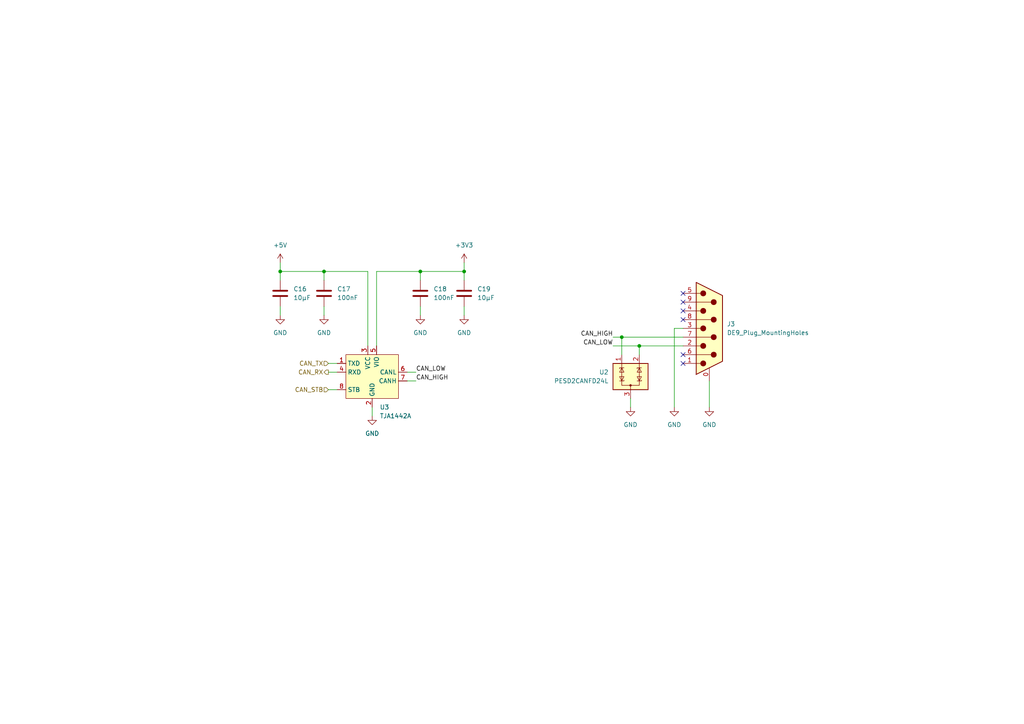
<source format=kicad_sch>
(kicad_sch (version 20230121) (generator eeschema)
  (paper "A4")
  (lib_symbols
    (symbol "Connector:DE9_Plug_MountingHoles" (pin_names (offset 1.016) hide)
      (property "Reference" "J" (at 0 16.51 0))
      (property "Value" "DE9_Plug_MountingHoles" (at 0 14.605 0))
      (symbol "DE9_Plug_MountingHoles_0_1"
        (circle (center -1.778 -10.16) (radius 0.762) (fill (type outline)))
        (circle (center -1.778 -5.08) (radius 0.762) (fill (type outline)))
        (circle (center -1.778 0) (radius 0.762) (fill (type outline)))
        (circle (center -1.778 5.08) (radius 0.762) (fill (type outline)))
        (circle (center -1.778 10.16) (radius 0.762) (fill (type outline)))
        (polyline (pts (xy -3.81 -10.16) (xy -2.54 -10.16)))
        (polyline (pts (xy -3.81 -7.62) (xy 0.508 -7.62)))
        (polyline (pts (xy -3.81 -5.08) (xy -2.54 -5.08)))
        (polyline (pts (xy -3.81 -2.54) (xy 0.508 -2.54)))
        (polyline (pts (xy -3.81 0) (xy -2.54 0)))
        (polyline (pts (xy -3.81 2.54) (xy 0.508 2.54)))
        (polyline (pts (xy -3.81 5.08) (xy -2.54 5.08)))
        (polyline (pts (xy -3.81 7.62) (xy 0.508 7.62)))
        (polyline (pts (xy -3.81 10.16) (xy -2.54 10.16)))
        (polyline (pts (xy -3.81 -13.335) (xy -3.81 13.335) (xy 3.81 9.525) (xy 3.81 -9.525) (xy -3.81 -13.335)) (stroke (width 0.254)) (fill (type background)))
        (circle (center 1.27 -7.62) (radius 0.762) (fill (type outline)))
        (circle (center 1.27 -2.54) (radius 0.762) (fill (type outline)))
        (circle (center 1.27 2.54) (radius 0.762) (fill (type outline)))
        (circle (center 1.27 7.62) (radius 0.762) (fill (type outline)))
      )
      (symbol "DE9_Plug_MountingHoles_1_1"
        (pin passive line (at 0 -15.24 90) (length 3.81) (name "PAD") (number "0"))
        (pin passive line (at -7.62 -10.16 0) (length 3.81) (name "1") (number "1"))
        (pin passive line (at -7.62 -5.08 0) (length 3.81) (name "2") (number "2"))
        (pin passive line (at -7.62 0 0) (length 3.81) (name "3") (number "3"))
        (pin passive line (at -7.62 5.08 0) (length 3.81) (name "4") (number "4"))
        (pin passive line (at -7.62 10.16 0) (length 3.81) (name "5") (number "5"))
        (pin passive line (at -7.62 -7.62 0) (length 3.81) (name "6") (number "6"))
        (pin passive line (at -7.62 -2.54 0) (length 3.81) (name "7") (number "7"))
        (pin passive line (at -7.62 2.54 0) (length 3.81) (name "8") (number "8"))
        (pin passive line (at -7.62 7.62 0) (length 3.81) (name "9") (number "9"))
      )
    )
    (symbol "Device:C" (pin_numbers hide) (pin_names (offset 0.254))
      (property "Reference" "C" (at 0.635 2.54 0))
      (property "Value" "C" (at 0.635 -2.54 0))
      (symbol "C_0_1"
        (polyline (pts (xy -2.032 -0.762) (xy 2.032 -0.762)) (stroke (width 0.508)))
        (polyline (pts (xy -2.032 0.762) (xy 2.032 0.762)) (stroke (width 0.508)))
      )
      (symbol "C_1_1"
        (pin passive line (at 0 3.81 270) (length 2.794) (name "~") (number "1"))
        (pin passive line (at 0 -3.81 90) (length 2.794) (name "~") (number "2"))
      )
    )
    (symbol "power:+3V3" (power) (pin_names (offset 0))
      (property "Value" "+3V3" (at 0 3.556 0))
      (symbol "+3V3_0_1"
        (polyline (pts (xy -0.762 1.27) (xy 0 2.54)))
        (polyline (pts (xy 0 0) (xy 0 2.54)))
        (polyline (pts (xy 0 2.54) (xy 0.762 1.27)))
      )
      (symbol "+3V3_1_1"
        (pin power_in line (at 0 0 90) (length 0) hide (name "+3V3") (number "1"))
      )
    )
    (symbol "power:+5V" (power) (pin_names (offset 0))
      (property "Value" "+5V" (at 0 3.556 0))
      (symbol "+5V_0_1"
        (polyline (pts (xy -0.762 1.27) (xy 0 2.54)))
        (polyline (pts (xy 0 0) (xy 0 2.54)))
        (polyline (pts (xy 0 2.54) (xy 0.762 1.27)))
      )
      (symbol "+5V_1_1"
        (pin power_in line (at 0 0 90) (length 0) hide (name "+5V") (number "1"))
      )
    )
    (symbol "power:GND" (power) (pin_names (offset 0))
      (property "Value" "GND" (at 0 -3.81 0))
      (symbol "GND_0_1"
        (polyline (pts (xy 0 0) (xy 0 -1.27) (xy 1.27 -1.27) (xy 0 -2.54) (xy -1.27 -1.27) (xy 0 -1.27)))
      )
      (symbol "GND_1_1"
        (pin power_in line (at 0 0 270) (length 0) hide (name "GND") (number "1"))
      )
    )
    (symbol "sam-fd:PESD2CANFD24L"
      (property "Reference" "U" (at -3.81 -5.08 0))
      (property "Value" "PESD2CANFD24L" (at 8.89 -5.08 0))
      (symbol "PESD2CANFD24L_0_0"
        (pin passive line (at 0 -6.35 90) (length 2.54) (name "") (number "3"))
      )
      (symbol "PESD2CANFD24L_0_1"
        (rectangle (start -5.08 3.81) (end 5.08 -3.81) (stroke (width 0.254)) (fill (type background)))
        (circle (center 0 -2.54) (radius 0.254) (fill (type outline)))
        (polyline (pts (xy -2.54 -2.54) (xy -2.54 -1.27)))
        (polyline (pts (xy -2.54 -2.54) (xy 2.54 -2.54)))
        (polyline (pts (xy -2.54 2.54) (xy -2.54 -1.27)))
        (polyline (pts (xy -2.54 3.81) (xy -2.54 2.54)))
        (polyline (pts (xy 0 -2.54) (xy 0 -3.81)))
        (polyline (pts (xy 2.54 -2.54) (xy 2.54 -1.27)))
        (polyline (pts (xy 2.54 2.54) (xy 2.54 -1.27)))
        (polyline (pts (xy 2.54 3.81) (xy 2.54 2.54)))
        (polyline (pts (xy -3.175 -1.016) (xy -3.175 -1.27) (xy -1.905 -1.27)))
        (polyline (pts (xy -3.175 2.54) (xy -1.905 2.54) (xy -1.905 2.286)))
        (polyline (pts (xy 1.905 -1.016) (xy 1.905 -1.27) (xy 3.175 -1.27)))
        (polyline (pts (xy 1.905 2.54) (xy 3.175 2.54) (xy 3.175 2.286)))
        (polyline (pts (xy -2.54 -1.27) (xy -3.175 0) (xy -1.905 0) (xy -2.54 -1.27)))
        (polyline (pts (xy -2.54 2.54) (xy -1.905 1.27) (xy -3.175 1.27) (xy -2.54 2.54)))
        (polyline (pts (xy 2.54 -1.27) (xy 1.905 0) (xy 3.175 0) (xy 2.54 -1.27)))
        (polyline (pts (xy 2.54 2.54) (xy 3.175 1.27) (xy 1.905 1.27) (xy 2.54 2.54)))
      )
      (symbol "PESD2CANFD24L_1_1"
        (pin passive line (at 2.54 6.35 270) (length 2.54) (name "") (number "1"))
        (pin passive line (at -2.54 6.35 270) (length 2.54) (name "") (number "2"))
      )
    )
    (symbol "sam-fd:TJA1442A"
      (property "Reference" "U" (at -6.35 7.62 0))
      (property "Value" "TJA1442A" (at 6.35 7.62 0))
      (symbol "TJA1442A_0_0"
        (pin input line (at -10.16 3.81 0) (length 2.54) (name "TXD") (number "1"))
        (pin power_in line (at 0 -8.89 90) (length 2.54) (name "GND") (number "2"))
        (pin power_in line (at -1.27 8.89 270) (length 2.54) (name "VCC") (number "3"))
        (pin output line (at -10.16 1.27 0) (length 2.54) (name "RXD") (number "4"))
        (pin power_in line (at 1.27 8.89 270) (length 2.54) (name "VIO") (number "5"))
        (pin bidirectional line (at 10.16 1.27 180) (length 2.54) (name "CANL") (number "6"))
        (pin bidirectional line (at 10.16 -1.27 180) (length 2.54) (name "CANH") (number "7"))
        (pin input line (at -10.16 -3.81 0) (length 2.54) (name "STB") (number "8"))
      )
      (symbol "TJA1442A_1_1"
        (rectangle (start -7.62 6.35) (end 7.62 -6.35) (fill (type background)))
      )
    )
  )
  (junction (at 185.42 100.33))
  (junction (at 134.62 78.74))
  (junction (at 81.28 78.74))
  (junction (at 180.34 97.79))
  (junction (at 93.98 78.74))
  (junction (at 121.92 78.74))
  (no_connect (at 198.12 87.63))
  (no_connect (at 198.12 90.17))
  (no_connect (at 198.12 102.87))
  (no_connect (at 198.12 92.71))
  (no_connect (at 198.12 85.09))
  (no_connect (at 198.12 105.41))
  (wire (pts (xy 121.92 88.9) (xy 121.92 91.44)))
  (wire (pts (xy 121.92 78.74) (xy 121.92 81.28)))
  (wire (pts (xy 81.28 88.9) (xy 81.28 91.44)))
  (wire (pts (xy 95.25 113.03) (xy 97.79 113.03)))
  (wire (pts (xy 198.12 95.25) (xy 195.58 95.25)))
  (wire (pts (xy 118.11 110.49) (xy 120.65 110.49)))
  (wire (pts (xy 182.88 115.57) (xy 182.88 118.11)))
  (wire (pts (xy 109.22 78.74) (xy 109.22 100.33)))
  (wire (pts (xy 118.11 107.95) (xy 120.65 107.95)))
  (wire (pts (xy 93.98 88.9) (xy 93.98 91.44)))
  (wire (pts (xy 134.62 76.2) (xy 134.62 78.74)))
  (wire (pts (xy 198.12 97.79) (xy 180.34 97.79)))
  (wire (pts (xy 180.34 97.79) (xy 180.34 102.87)))
  (wire (pts (xy 205.74 110.49) (xy 205.74 118.11)))
  (wire (pts (xy 107.95 118.11) (xy 107.95 120.65)))
  (wire (pts (xy 81.28 78.74) (xy 93.98 78.74)))
  (wire (pts (xy 106.68 78.74) (xy 106.68 100.33)))
  (wire (pts (xy 81.28 81.28) (xy 81.28 78.74)))
  (wire (pts (xy 134.62 81.28) (xy 134.62 78.74)))
  (wire (pts (xy 185.42 100.33) (xy 198.12 100.33)))
  (wire (pts (xy 134.62 88.9) (xy 134.62 91.44)))
  (wire (pts (xy 95.25 107.95) (xy 97.79 107.95)))
  (wire (pts (xy 195.58 95.25) (xy 195.58 118.11)))
  (wire (pts (xy 95.25 105.41) (xy 97.79 105.41)))
  (wire (pts (xy 134.62 78.74) (xy 121.92 78.74)))
  (wire (pts (xy 93.98 78.74) (xy 93.98 81.28)))
  (wire (pts (xy 93.98 78.74) (xy 106.68 78.74)))
  (wire (pts (xy 81.28 76.2) (xy 81.28 78.74)))
  (wire (pts (xy 185.42 102.87) (xy 185.42 100.33)))
  (wire (pts (xy 121.92 78.74) (xy 109.22 78.74)))
  (wire (pts (xy 177.8 97.79) (xy 180.34 97.79)))
  (wire (pts (xy 177.8 100.33) (xy 185.42 100.33)))
  (label "CAN_HIGH" (at 120.65 110.49 0))
  (label "CAN_HIGH" (at 177.8 97.79 180))
  (label "CAN_LOW" (at 120.65 107.95 0))
  (label "CAN_LOW" (at 177.8 100.33 180))
  (hierarchical_label "CAN_TX" (shape input) (at 95.25 105.41 180))
  (hierarchical_label "CAN_STB" (shape input) (at 95.25 113.03 180))
  (hierarchical_label "CAN_RX" (shape output) (at 95.25 107.95 180))
  (symbol (lib_id "Device:C") (at 121.92 85.09 0) (unit 1)
    (property "Reference" "C18" (at 125.73 83.82 0) (effects (justify left)))
    (property "Value" "100nF" (at 125.73 86.36 0) (effects (justify left)))
  )
  (symbol (lib_id "power:+3V3") (at 134.62 76.2 0) (unit 1)
    (property "Reference" "#PWR040" (effects hide))
    (property "Value" "+3V3" (at 134.62 71.12 0))
  )
  (symbol (lib_id "Device:C") (at 134.62 85.09 0) (unit 1)
    (property "Reference" "C19" (at 138.43 83.82 0) (effects (justify left)))
    (property "Value" "10µF" (at 138.43 86.36 0) (effects (justify left)))
  )
  (symbol (lib_id "sam-fd:PESD2CANFD24L") (at 182.88 109.22 0) (mirror y) (unit 1)
    (property "Reference" "U2" (at 176.53 107.95 0) (effects (justify left)))
    (property "Value" "PESD2CANFD24L" (at 176.53 110.49 0) (effects (justify left)))
    (property "Datasheet" "./datasheets/PESD2CANFD24L_T-1892242.pdf" (effects hide))
    (property "Mouser No" "771-PESD2CANFD24L-TR" (effects hide))
    (property "Mfr. No" "PESD2CANFD24L-TR" (effects hide))
    (property "Mfr." "Nexperia" (effects hide))
  )
  (symbol (lib_id "power:GND") (at 107.95 120.65 0) (unit 1)
    (property "Reference" "#PWR043" (effects hide))
    (property "Value" "GND" (at 107.95 125.73 0))
  )
  (symbol (lib_id "power:GND") (at 182.88 118.11 0) (unit 1)
    (property "Reference" "#PWR044" (effects hide))
    (property "Value" "GND" (at 182.88 123.19 0))
  )
  (symbol (lib_id "power:GND") (at 93.98 91.44 0) (unit 1)
    (property "Reference" "#PWR039" (effects hide))
    (property "Value" "GND" (at 93.98 96.52 0))
  )
  (symbol (lib_id "Device:C") (at 81.28 85.09 0) (unit 1)
    (property "Reference" "C16" (at 85.09 83.82 0) (effects (justify left)))
    (property "Value" "10µF" (at 85.09 86.36 0) (effects (justify left)))
  )
  (symbol (lib_id "sam-fd:TJA1442A") (at 107.95 109.22 0) (unit 1)
    (property "Reference" "U3" (at 110.1441 118.11 0) (effects (justify left)))
    (property "Value" "TJA1442A" (at 110.1441 120.65 0) (effects (justify left)))
    (property "Datasheet" "./datasheets/TJA1442-1949307.pdf" (effects hide))
    (property "Mouser No" "771-TJA1442ATK/0Z" (effects hide))
    (property "Mfr. No" "TJA1442ATK/0Z" (effects hide))
    (property "Mfr." "NXP Semiconductors" (effects hide))
  )
  (symbol (lib_id "power:GND") (at 81.28 91.44 0) (unit 1)
    (property "Reference" "#PWR038" (effects hide))
    (property "Value" "GND" (at 81.28 96.52 0))
  )
  (symbol (lib_id "Connector:DE9_Plug_MountingHoles") (at 205.74 95.25 0) (unit 1)
    (property "Reference" "J3" (at 210.82 93.98 0) (effects (justify left)))
    (property "Value" "DE9_Plug_MountingHoles" (at 210.82 96.52 0) (effects (justify left)))
    (property "Datasheet" " ~" (effects hide))
  )
  (symbol (lib_id "power:GND") (at 205.74 118.11 0) (unit 1)
    (property "Reference" "#PWR046" (effects hide))
    (property "Value" "GND" (at 205.74 123.19 0))
  )
  (symbol (lib_id "Device:C") (at 93.98 85.09 0) (unit 1)
    (property "Reference" "C17" (at 97.79 83.82 0) (effects (justify left)))
    (property "Value" "100nF" (at 97.79 86.36 0) (effects (justify left)))
  )
  (symbol (lib_id "power:GND") (at 195.58 118.11 0) (unit 1)
    (property "Reference" "#PWR045" (effects hide))
    (property "Value" "GND" (at 195.58 123.19 0))
  )
  (symbol (lib_id "power:+5V") (at 81.28 76.2 0) (unit 1)
    (property "Reference" "#PWR037" (effects hide))
    (property "Value" "+5V" (at 81.28 71.12 0))
  )
  (symbol (lib_id "power:GND") (at 134.62 91.44 0) (unit 1)
    (property "Reference" "#PWR042" (effects hide))
    (property "Value" "GND" (at 134.62 96.52 0))
  )
  (symbol (lib_id "power:GND") (at 121.92 91.44 0) (unit 1)
    (property "Reference" "#PWR041" (effects hide))
    (property "Value" "GND" (at 121.92 96.52 0))
  )
)
</source>
